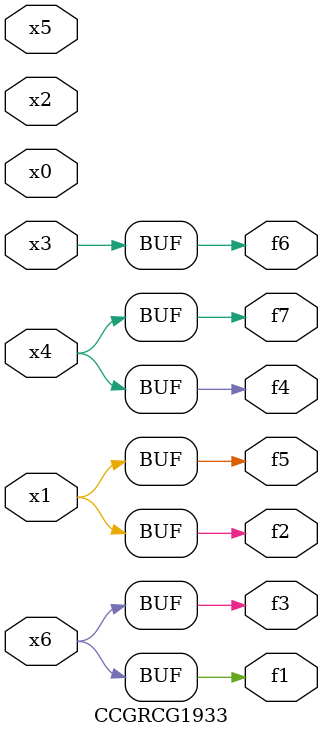
<source format=v>
module CCGRCG1933(
	input x0, x1, x2, x3, x4, x5, x6,
	output f1, f2, f3, f4, f5, f6, f7
);
	assign f1 = x6;
	assign f2 = x1;
	assign f3 = x6;
	assign f4 = x4;
	assign f5 = x1;
	assign f6 = x3;
	assign f7 = x4;
endmodule

</source>
